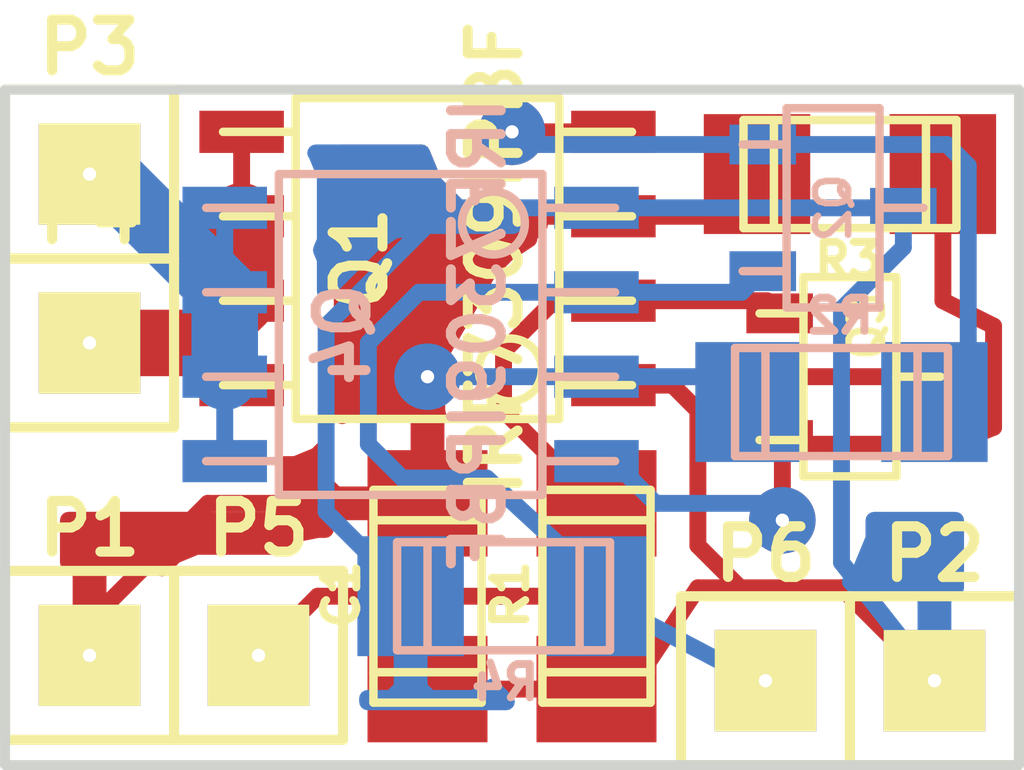
<source format=kicad_pcb>
(kicad_pcb (version 3) (host pcbnew "(2013-jul-07)-stable")

  (general
    (links 30)
    (no_connects 0)
    (area 118.626467 61.132015 140.453533 73.990201)
    (thickness 1.6)
    (drawings 4)
    (tracks 90)
    (zones 0)
    (modules 15)
    (nets 9)
  )

  (page A4)
  (layers
    (15 F.Cu signal)
    (0 B.Cu signal)
    (16 B.Adhes user)
    (17 F.Adhes user)
    (18 B.Paste user)
    (19 F.Paste user)
    (20 B.SilkS user)
    (21 F.SilkS user)
    (22 B.Mask user)
    (23 F.Mask user)
    (24 Dwgs.User user)
    (25 Cmts.User user)
    (26 Eco1.User user hide)
    (27 Eco2.User user)
    (28 Edge.Cuts user)
  )

  (setup
    (last_trace_width 0.254)
    (trace_clearance 0.254)
    (zone_clearance 0.5)
    (zone_45_only no)
    (trace_min 0.254)
    (segment_width 0.2)
    (edge_width 0.15)
    (via_size 1)
    (via_drill 0.2)
    (via_min_size 0.889)
    (via_min_drill 0.2)
    (uvia_size 0.508)
    (uvia_drill 0.127)
    (uvias_allowed no)
    (uvia_min_size 0.508)
    (uvia_min_drill 0.127)
    (pcb_text_width 0.3)
    (pcb_text_size 1.5 1.5)
    (mod_edge_width 0.15)
    (mod_text_size 1.5 1.5)
    (mod_text_width 0.15)
    (pad_size 1.524 1.524)
    (pad_drill 0.2)
    (pad_to_mask_clearance 0.2)
    (aux_axis_origin 0 0)
    (visible_elements FFFE7FBB)
    (pcbplotparams
      (layerselection 3178497)
      (usegerberextensions false)
      (excludeedgelayer true)
      (linewidth 0.100000)
      (plotframeref false)
      (viasonmask false)
      (mode 1)
      (useauxorigin false)
      (hpglpennumber 1)
      (hpglpenspeed 20)
      (hpglpendiameter 15)
      (hpglpenoverlay 2)
      (psnegative false)
      (psa4output false)
      (plotreference true)
      (plotvalue true)
      (plotothertext true)
      (plotinvisibletext false)
      (padsonsilk false)
      (subtractmaskfromsilk false)
      (outputformat 1)
      (mirror false)
      (drillshape 0)
      (scaleselection 1)
      (outputdirectory ""))
  )

  (net 0 "")
  (net 1 +8V)
  (net 2 /control+)
  (net 3 /control-)
  (net 4 /power+)
  (net 5 /power-)
  (net 6 GND)
  (net 7 N-000004)
  (net 8 N-000005)

  (net_class Default "This is the default net class."
    (clearance 0.254)
    (trace_width 0.254)
    (via_dia 1)
    (via_drill 0.2)
    (uvia_dia 0.508)
    (uvia_drill 0.127)
    (add_net "")
    (add_net /control+)
    (add_net /control-)
    (add_net N-000004)
    (add_net N-000005)
  )

  (net_class Output ""
    (clearance 0.254)
    (trace_width 1)
    (via_dia 1)
    (via_drill 0.2)
    (uvia_dia 0.508)
    (uvia_drill 0.127)
    (add_net /power+)
    (add_net /power-)
  )

  (net_class Power ""
    (clearance 0.254)
    (trace_width 0.254)
    (via_dia 1)
    (via_drill 0.2)
    (uvia_dia 0.508)
    (uvia_drill 0.127)
    (add_net +8V)
    (add_net GND)
  )

  (module c_1206 (layer F.Cu) (tedit 490473F0) (tstamp 599187D3)
    (at 130.81 71.12 90)
    (descr "SMT capacitor, 1206")
    (path /598712D4)
    (fp_text reference R1 (at 0.0254 -1.2954 90) (layer F.SilkS)
      (effects (font (size 0.50038 0.50038) (thickness 0.11938)))
    )
    (fp_text value 2k (at 0 1.27 90) (layer F.SilkS) hide
      (effects (font (size 0.50038 0.50038) (thickness 0.11938)))
    )
    (fp_line (start 1.143 0.8128) (end 1.143 -0.8128) (layer F.SilkS) (width 0.127))
    (fp_line (start -1.143 -0.8128) (end -1.143 0.8128) (layer F.SilkS) (width 0.127))
    (fp_line (start -1.6002 -0.8128) (end -1.6002 0.8128) (layer F.SilkS) (width 0.127))
    (fp_line (start -1.6002 0.8128) (end 1.6002 0.8128) (layer F.SilkS) (width 0.127))
    (fp_line (start 1.6002 0.8128) (end 1.6002 -0.8128) (layer F.SilkS) (width 0.127))
    (fp_line (start 1.6002 -0.8128) (end -1.6002 -0.8128) (layer F.SilkS) (width 0.127))
    (pad 1 smd rect (at 1.397 0 90) (size 1.6002 1.8034)
      (layers F.Cu F.Paste F.Mask)
      (net 3 /control-)
    )
    (pad 2 smd rect (at -1.397 0 90) (size 1.6002 1.8034)
      (layers F.Cu F.Paste F.Mask)
      (net 6 GND)
    )
    (model smd/capacitors/c_1206.wrl
      (at (xyz 0 0 0))
      (scale (xyz 1 1 1))
      (rotate (xyz 0 0 0))
    )
  )

  (module c_1206 (layer B.Cu) (tedit 490473F0) (tstamp 59918AD9)
    (at 134.493 68.199 180)
    (descr "SMT capacitor, 1206")
    (path /59859D12)
    (fp_text reference R2 (at 0.0254 1.2954 180) (layer B.SilkS)
      (effects (font (size 0.50038 0.50038) (thickness 0.11938)) (justify mirror))
    )
    (fp_text value 8k (at 0 -1.27 180) (layer B.SilkS) hide
      (effects (font (size 0.50038 0.50038) (thickness 0.11938)) (justify mirror))
    )
    (fp_line (start 1.143 -0.8128) (end 1.143 0.8128) (layer B.SilkS) (width 0.127))
    (fp_line (start -1.143 0.8128) (end -1.143 -0.8128) (layer B.SilkS) (width 0.127))
    (fp_line (start -1.6002 0.8128) (end -1.6002 -0.8128) (layer B.SilkS) (width 0.127))
    (fp_line (start -1.6002 -0.8128) (end 1.6002 -0.8128) (layer B.SilkS) (width 0.127))
    (fp_line (start 1.6002 -0.8128) (end 1.6002 0.8128) (layer B.SilkS) (width 0.127))
    (fp_line (start 1.6002 0.8128) (end -1.6002 0.8128) (layer B.SilkS) (width 0.127))
    (pad 1 smd rect (at 1.397 0 180) (size 1.6002 1.8034)
      (layers B.Cu B.Paste B.Mask)
      (net 1 +8V)
    )
    (pad 2 smd rect (at -1.397 0 180) (size 1.6002 1.8034)
      (layers B.Cu B.Paste B.Mask)
      (net 8 N-000005)
    )
    (model smd/capacitors/c_1206.wrl
      (at (xyz 0 0 0))
      (scale (xyz 1 1 1))
      (rotate (xyz 0 0 0))
    )
  )

  (module c_1206 (layer F.Cu) (tedit 490473F0) (tstamp 59918AE5)
    (at 134.62 64.77 180)
    (descr "SMT capacitor, 1206")
    (path /5985A76D)
    (fp_text reference R3 (at 0.0254 -1.2954 180) (layer F.SilkS)
      (effects (font (size 0.50038 0.50038) (thickness 0.11938)))
    )
    (fp_text value 8k (at 0 1.27 180) (layer F.SilkS) hide
      (effects (font (size 0.50038 0.50038) (thickness 0.11938)))
    )
    (fp_line (start 1.143 0.8128) (end 1.143 -0.8128) (layer F.SilkS) (width 0.127))
    (fp_line (start -1.143 -0.8128) (end -1.143 0.8128) (layer F.SilkS) (width 0.127))
    (fp_line (start -1.6002 -0.8128) (end -1.6002 0.8128) (layer F.SilkS) (width 0.127))
    (fp_line (start -1.6002 0.8128) (end 1.6002 0.8128) (layer F.SilkS) (width 0.127))
    (fp_line (start 1.6002 0.8128) (end 1.6002 -0.8128) (layer F.SilkS) (width 0.127))
    (fp_line (start 1.6002 -0.8128) (end -1.6002 -0.8128) (layer F.SilkS) (width 0.127))
    (pad 1 smd rect (at 1.397 0 180) (size 1.6002 1.8034)
      (layers F.Cu F.Paste F.Mask)
      (net 1 +8V)
    )
    (pad 2 smd rect (at -1.397 0 180) (size 1.6002 1.8034)
      (layers F.Cu F.Paste F.Mask)
      (net 7 N-000004)
    )
    (model smd/capacitors/c_1206.wrl
      (at (xyz 0 0 0))
      (scale (xyz 1 1 1))
      (rotate (xyz 0 0 0))
    )
  )

  (module c_1206 (layer B.Cu) (tedit 490473F0) (tstamp 59956000)
    (at 129.413 71.12)
    (descr "SMT capacitor, 1206")
    (path /59871216)
    (fp_text reference R4 (at 0.0254 1.2954) (layer B.SilkS)
      (effects (font (size 0.50038 0.50038) (thickness 0.11938)) (justify mirror))
    )
    (fp_text value 2k (at 0 -1.27) (layer B.SilkS) hide
      (effects (font (size 0.50038 0.50038) (thickness 0.11938)) (justify mirror))
    )
    (fp_line (start 1.143 -0.8128) (end 1.143 0.8128) (layer B.SilkS) (width 0.127))
    (fp_line (start -1.143 0.8128) (end -1.143 -0.8128) (layer B.SilkS) (width 0.127))
    (fp_line (start -1.6002 0.8128) (end -1.6002 -0.8128) (layer B.SilkS) (width 0.127))
    (fp_line (start -1.6002 -0.8128) (end 1.6002 -0.8128) (layer B.SilkS) (width 0.127))
    (fp_line (start 1.6002 -0.8128) (end 1.6002 0.8128) (layer B.SilkS) (width 0.127))
    (fp_line (start 1.6002 0.8128) (end -1.6002 0.8128) (layer B.SilkS) (width 0.127))
    (pad 1 smd rect (at 1.397 0) (size 1.6002 1.8034)
      (layers B.Cu B.Paste B.Mask)
      (net 2 /control+)
    )
    (pad 2 smd rect (at -1.397 0) (size 1.6002 1.8034)
      (layers B.Cu B.Paste B.Mask)
      (net 6 GND)
    )
    (model smd/capacitors/c_1206.wrl
      (at (xyz 0 0 0))
      (scale (xyz 1 1 1))
      (rotate (xyz 0 0 0))
    )
  )

  (module so-8 (layer F.Cu) (tedit 48A6C16E) (tstamp 59918E77)
    (at 128.27 66.04 90)
    (descr SO-8)
    (path /598596AB)
    (fp_text reference Q1 (at 0 -1.016 90) (layer F.SilkS)
      (effects (font (size 0.7493 0.7493) (thickness 0.14986)))
    )
    (fp_text value IRF7309IPBF (at 0 1.016 90) (layer F.SilkS)
      (effects (font (size 0.7493 0.7493) (thickness 0.14986)))
    )
    (fp_line (start -2.413 -1.9812) (end -2.413 1.9812) (layer F.SilkS) (width 0.127))
    (fp_line (start -2.413 1.9812) (end 2.413 1.9812) (layer F.SilkS) (width 0.127))
    (fp_line (start 2.413 1.9812) (end 2.413 -1.9812) (layer F.SilkS) (width 0.127))
    (fp_line (start 2.413 -1.9812) (end -2.413 -1.9812) (layer F.SilkS) (width 0.127))
    (fp_line (start -1.905 -1.9812) (end -1.905 -3.0734) (layer F.SilkS) (width 0.127))
    (fp_line (start -0.635 -1.9812) (end -0.635 -3.0734) (layer F.SilkS) (width 0.127))
    (fp_line (start 0.635 -1.9812) (end 0.635 -3.0734) (layer F.SilkS) (width 0.127))
    (fp_line (start 1.905 -3.0734) (end 1.905 -1.9812) (layer F.SilkS) (width 0.127))
    (fp_line (start 1.905 1.9812) (end 1.905 3.0734) (layer F.SilkS) (width 0.127))
    (fp_line (start 0.635 3.0734) (end 0.635 1.9812) (layer F.SilkS) (width 0.127))
    (fp_line (start -0.635 3.0734) (end -0.635 1.9812) (layer F.SilkS) (width 0.127))
    (fp_line (start -1.905 3.0734) (end -1.905 1.9812) (layer F.SilkS) (width 0.127))
    (fp_circle (center -1.6764 1.2446) (end -1.9558 1.6256) (layer F.SilkS) (width 0.127))
    (pad 1 smd rect (at -1.905 2.794 90) (size 0.635 1.27)
      (layers F.Cu F.Paste F.Mask)
      (net 6 GND)
    )
    (pad 2 smd rect (at -0.635 2.794 90) (size 0.635 1.27)
      (layers F.Cu F.Paste F.Mask)
      (net 3 /control-)
    )
    (pad 3 smd rect (at 0.635 2.794 90) (size 0.635 1.27)
      (layers F.Cu F.Paste F.Mask)
      (net 1 +8V)
    )
    (pad 4 smd rect (at 1.905 2.794 90) (size 0.635 1.27)
      (layers F.Cu F.Paste F.Mask)
      (net 8 N-000005)
    )
    (pad 5 smd rect (at 1.905 -2.794 90) (size 0.635 1.27)
      (layers F.Cu F.Paste F.Mask)
      (net 4 /power+)
    )
    (pad 6 smd rect (at 0.635 -2.794 90) (size 0.635 1.27)
      (layers F.Cu F.Paste F.Mask)
      (net 4 /power+)
    )
    (pad 7 smd rect (at -0.635 -2.794 90) (size 0.635 1.27)
      (layers F.Cu F.Paste F.Mask)
      (net 4 /power+)
    )
    (pad 8 smd rect (at -1.905 -2.794 90) (size 0.635 1.27)
      (layers F.Cu F.Paste F.Mask)
      (net 4 /power+)
    )
    (model smd/smd_dil/so-8.wrl
      (at (xyz 0 0 0))
      (scale (xyz 1 1 1))
      (rotate (xyz 0 0 0))
    )
  )

  (module so-8 (layer B.Cu) (tedit 48A6C16E) (tstamp 59918E90)
    (at 128.016 67.183 270)
    (descr SO-8)
    (path /5985A75B)
    (fp_text reference Q4 (at 0 1.016 270) (layer B.SilkS)
      (effects (font (size 0.7493 0.7493) (thickness 0.14986)) (justify mirror))
    )
    (fp_text value IRF7309IPBF (at 0 -1.016 270) (layer B.SilkS)
      (effects (font (size 0.7493 0.7493) (thickness 0.14986)) (justify mirror))
    )
    (fp_line (start -2.413 1.9812) (end -2.413 -1.9812) (layer B.SilkS) (width 0.127))
    (fp_line (start -2.413 -1.9812) (end 2.413 -1.9812) (layer B.SilkS) (width 0.127))
    (fp_line (start 2.413 -1.9812) (end 2.413 1.9812) (layer B.SilkS) (width 0.127))
    (fp_line (start 2.413 1.9812) (end -2.413 1.9812) (layer B.SilkS) (width 0.127))
    (fp_line (start -1.905 1.9812) (end -1.905 3.0734) (layer B.SilkS) (width 0.127))
    (fp_line (start -0.635 1.9812) (end -0.635 3.0734) (layer B.SilkS) (width 0.127))
    (fp_line (start 0.635 1.9812) (end 0.635 3.0734) (layer B.SilkS) (width 0.127))
    (fp_line (start 1.905 3.0734) (end 1.905 1.9812) (layer B.SilkS) (width 0.127))
    (fp_line (start 1.905 -1.9812) (end 1.905 -3.0734) (layer B.SilkS) (width 0.127))
    (fp_line (start 0.635 -3.0734) (end 0.635 -1.9812) (layer B.SilkS) (width 0.127))
    (fp_line (start -0.635 -3.0734) (end -0.635 -1.9812) (layer B.SilkS) (width 0.127))
    (fp_line (start -1.905 -3.0734) (end -1.905 -1.9812) (layer B.SilkS) (width 0.127))
    (fp_circle (center -1.6764 -1.2446) (end -1.9558 -1.6256) (layer B.SilkS) (width 0.127))
    (pad 1 smd rect (at -1.905 -2.794 270) (size 0.635 1.27)
      (layers B.Cu B.Paste B.Mask)
      (net 6 GND)
    )
    (pad 2 smd rect (at -0.635 -2.794 270) (size 0.635 1.27)
      (layers B.Cu B.Paste B.Mask)
      (net 2 /control+)
    )
    (pad 3 smd rect (at 0.635 -2.794 270) (size 0.635 1.27)
      (layers B.Cu B.Paste B.Mask)
      (net 1 +8V)
    )
    (pad 4 smd rect (at 1.905 -2.794 270) (size 0.635 1.27)
      (layers B.Cu B.Paste B.Mask)
      (net 7 N-000004)
    )
    (pad 5 smd rect (at 1.905 2.794 270) (size 0.635 1.27)
      (layers B.Cu B.Paste B.Mask)
      (net 5 /power-)
    )
    (pad 6 smd rect (at 0.635 2.794 270) (size 0.635 1.27)
      (layers B.Cu B.Paste B.Mask)
      (net 5 /power-)
    )
    (pad 7 smd rect (at -0.635 2.794 270) (size 0.635 1.27)
      (layers B.Cu B.Paste B.Mask)
      (net 5 /power-)
    )
    (pad 8 smd rect (at -1.905 2.794 270) (size 0.635 1.27)
      (layers B.Cu B.Paste B.Mask)
      (net 5 /power-)
    )
    (model smd/smd_dil/so-8.wrl
      (at (xyz 0 0 0))
      (scale (xyz 1 1 1))
      (rotate (xyz 0 0 0))
    )
  )

  (module sot23 (layer F.Cu) (tedit 59954DA0) (tstamp 59954E47)
    (at 134.62 67.818 270)
    (descr SOT23)
    (path /5985A767)
    (attr smd)
    (fp_text reference Q3 (at -0.762 -0.254 270) (layer F.SilkS)
      (effects (font (size 0.50038 0.50038) (thickness 0.09906)))
    )
    (fp_text value 2N7002 (at 0 0.09906 270) (layer F.SilkS) hide
      (effects (font (size 0.50038 0.50038) (thickness 0.09906)))
    )
    (fp_line (start 0.9525 0.6985) (end 0.9525 1.3589) (layer F.SilkS) (width 0.127))
    (fp_line (start -0.9525 0.6985) (end -0.9525 1.3589) (layer F.SilkS) (width 0.127))
    (fp_line (start 0 -0.6985) (end 0 -1.3589) (layer F.SilkS) (width 0.127))
    (fp_line (start -1.4986 -0.6985) (end 1.4986 -0.6985) (layer F.SilkS) (width 0.127))
    (fp_line (start 1.4986 -0.6985) (end 1.4986 0.6985) (layer F.SilkS) (width 0.127))
    (fp_line (start 1.4986 0.6985) (end -1.4986 0.6985) (layer F.SilkS) (width 0.127))
    (fp_line (start -1.4986 0.6985) (end -1.4986 -0.6985) (layer F.SilkS) (width 0.127))
    (pad 1 smd rect (at -0.9525 1.05664 270) (size 0.59944 1.00076)
      (layers F.Cu F.Paste F.Mask)
      (net 3 /control-)
    )
    (pad 2 smd rect (at 0 -1.05664 270) (size 0.59944 1.00076)
      (layers F.Cu F.Paste F.Mask)
      (net 6 GND)
    )
    (pad 3 smd rect (at 0.9525 1.05664 270) (size 0.59944 1.00076)
      (layers F.Cu F.Paste F.Mask)
      (net 7 N-000004)
    )
    (model smd/smd_transistors/sot23.wrl
      (at (xyz 0 0 0))
      (scale (xyz 1 1 1))
      (rotate (xyz 0 0 0))
    )
  )

  (module sot23 (layer B.Cu) (tedit 50BDE8CE) (tstamp 59918EAC)
    (at 134.366 65.278 90)
    (descr SOT23)
    (path /59859C12)
    (attr smd)
    (fp_text reference Q2 (at 0 0 90) (layer B.SilkS)
      (effects (font (size 0.50038 0.50038) (thickness 0.09906)) (justify mirror))
    )
    (fp_text value 2N7002 (at 0 -0.09906 90) (layer B.SilkS) hide
      (effects (font (size 0.50038 0.50038) (thickness 0.09906)) (justify mirror))
    )
    (fp_line (start 0.9525 -0.6985) (end 0.9525 -1.3589) (layer B.SilkS) (width 0.127))
    (fp_line (start -0.9525 -0.6985) (end -0.9525 -1.3589) (layer B.SilkS) (width 0.127))
    (fp_line (start 0 0.6985) (end 0 1.3589) (layer B.SilkS) (width 0.127))
    (fp_line (start -1.4986 0.6985) (end 1.4986 0.6985) (layer B.SilkS) (width 0.127))
    (fp_line (start 1.4986 0.6985) (end 1.4986 -0.6985) (layer B.SilkS) (width 0.127))
    (fp_line (start 1.4986 -0.6985) (end -1.4986 -0.6985) (layer B.SilkS) (width 0.127))
    (fp_line (start -1.4986 -0.6985) (end -1.4986 0.6985) (layer B.SilkS) (width 0.127))
    (pad 1 smd rect (at -0.9525 -1.05664 90) (size 0.59944 1.00076)
      (layers B.Cu B.Paste B.Mask)
      (net 2 /control+)
    )
    (pad 2 smd rect (at 0 1.05664 90) (size 0.59944 1.00076)
      (layers B.Cu B.Paste B.Mask)
      (net 6 GND)
    )
    (pad 3 smd rect (at 0.9525 -1.05664 90) (size 0.59944 1.00076)
      (layers B.Cu B.Paste B.Mask)
      (net 8 N-000005)
    )
    (model smd/smd_transistors/sot23.wrl
      (at (xyz 0 0 0))
      (scale (xyz 1 1 1))
      (rotate (xyz 0 0 0))
    )
  )

  (module PIN_ARRAY_1 (layer F.Cu) (tedit 4E4E744E) (tstamp 59954D99)
    (at 123.19 72.009)
    (descr "1 pin")
    (tags "CONN DEV")
    (path /5985AAB1)
    (fp_text reference P1 (at 0 -1.905) (layer F.SilkS)
      (effects (font (size 0.762 0.762) (thickness 0.1524)))
    )
    (fp_text value CONN_01X01 (at 0 -1.905) (layer F.SilkS) hide
      (effects (font (size 0.762 0.762) (thickness 0.1524)))
    )
    (fp_line (start 1.27 1.27) (end -1.27 1.27) (layer F.SilkS) (width 0.1524))
    (fp_line (start -1.27 -1.27) (end 1.27 -1.27) (layer F.SilkS) (width 0.1524))
    (fp_line (start -1.27 1.27) (end -1.27 -1.27) (layer F.SilkS) (width 0.1524))
    (fp_line (start 1.27 -1.27) (end 1.27 1.27) (layer F.SilkS) (width 0.1524))
    (pad 1 thru_hole rect (at 0 0) (size 1.524 1.524) (drill 0.2)
      (layers *.Cu *.Mask F.SilkS)
      (net 1 +8V)
    )
    (model pin_array\pin_1.wrl
      (at (xyz 0 0 0))
      (scale (xyz 1 1 1))
      (rotate (xyz 0 0 0))
    )
  )

  (module PIN_ARRAY_1 (layer F.Cu) (tedit 4E4E744E) (tstamp 59954DA3)
    (at 135.89 72.39)
    (descr "1 pin")
    (tags "CONN DEV")
    (path /5985AB0A)
    (fp_text reference P2 (at 0 -1.905) (layer F.SilkS)
      (effects (font (size 0.762 0.762) (thickness 0.1524)))
    )
    (fp_text value CONN_01X01 (at 0 -1.905) (layer F.SilkS) hide
      (effects (font (size 0.762 0.762) (thickness 0.1524)))
    )
    (fp_line (start 1.27 1.27) (end -1.27 1.27) (layer F.SilkS) (width 0.1524))
    (fp_line (start -1.27 -1.27) (end 1.27 -1.27) (layer F.SilkS) (width 0.1524))
    (fp_line (start -1.27 1.27) (end -1.27 -1.27) (layer F.SilkS) (width 0.1524))
    (fp_line (start 1.27 -1.27) (end 1.27 1.27) (layer F.SilkS) (width 0.1524))
    (pad 1 thru_hole rect (at 0 0) (size 1.524 1.524) (drill 0.2)
      (layers *.Cu *.Mask F.SilkS)
      (net 6 GND)
    )
    (model pin_array\pin_1.wrl
      (at (xyz 0 0 0))
      (scale (xyz 1 1 1))
      (rotate (xyz 0 0 0))
    )
  )

  (module PIN_ARRAY_1 (layer F.Cu) (tedit 4E4E744E) (tstamp 5995572C)
    (at 123.19 67.31)
    (descr "1 pin")
    (tags "CONN DEV")
    (path /59955693)
    (fp_text reference P4 (at 0 -1.905) (layer F.SilkS)
      (effects (font (size 0.762 0.762) (thickness 0.1524)))
    )
    (fp_text value CONN_1 (at 0 -1.905) (layer F.SilkS) hide
      (effects (font (size 0.762 0.762) (thickness 0.1524)))
    )
    (fp_line (start 1.27 1.27) (end -1.27 1.27) (layer F.SilkS) (width 0.1524))
    (fp_line (start -1.27 -1.27) (end 1.27 -1.27) (layer F.SilkS) (width 0.1524))
    (fp_line (start -1.27 1.27) (end -1.27 -1.27) (layer F.SilkS) (width 0.1524))
    (fp_line (start 1.27 -1.27) (end 1.27 1.27) (layer F.SilkS) (width 0.1524))
    (pad 1 thru_hole rect (at 0 0) (size 1.524 1.524) (drill 0.2)
      (layers *.Cu *.Mask F.SilkS)
      (net 4 /power+)
    )
    (model pin_array\pin_1.wrl
      (at (xyz 0 0 0))
      (scale (xyz 1 1 1))
      (rotate (xyz 0 0 0))
    )
  )

  (module PIN_ARRAY_1 (layer F.Cu) (tedit 4E4E744E) (tstamp 59957667)
    (at 125.73 72.009)
    (descr "1 pin")
    (tags "CONN DEV")
    (path /599556A2)
    (fp_text reference P5 (at 0 -1.905) (layer F.SilkS)
      (effects (font (size 0.762 0.762) (thickness 0.1524)))
    )
    (fp_text value CONN_1 (at 0 -1.905) (layer F.SilkS) hide
      (effects (font (size 0.762 0.762) (thickness 0.1524)))
    )
    (fp_line (start 1.27 1.27) (end -1.27 1.27) (layer F.SilkS) (width 0.1524))
    (fp_line (start -1.27 -1.27) (end 1.27 -1.27) (layer F.SilkS) (width 0.1524))
    (fp_line (start -1.27 1.27) (end -1.27 -1.27) (layer F.SilkS) (width 0.1524))
    (fp_line (start 1.27 -1.27) (end 1.27 1.27) (layer F.SilkS) (width 0.1524))
    (pad 1 thru_hole rect (at 0 0) (size 1.524 1.524) (drill 0.2)
      (layers *.Cu *.Mask F.SilkS)
      (net 3 /control-)
    )
    (model pin_array\pin_1.wrl
      (at (xyz 0 0 0))
      (scale (xyz 1 1 1))
      (rotate (xyz 0 0 0))
    )
  )

  (module PIN_ARRAY_1 (layer F.Cu) (tedit 4E4E744E) (tstamp 5995573E)
    (at 133.35 72.39)
    (descr "1 pin")
    (tags "CONN DEV")
    (path /599556B1)
    (fp_text reference P6 (at 0 -1.905) (layer F.SilkS)
      (effects (font (size 0.762 0.762) (thickness 0.1524)))
    )
    (fp_text value CONN_1 (at 0 -1.905) (layer F.SilkS) hide
      (effects (font (size 0.762 0.762) (thickness 0.1524)))
    )
    (fp_line (start 1.27 1.27) (end -1.27 1.27) (layer F.SilkS) (width 0.1524))
    (fp_line (start -1.27 -1.27) (end 1.27 -1.27) (layer F.SilkS) (width 0.1524))
    (fp_line (start -1.27 1.27) (end -1.27 -1.27) (layer F.SilkS) (width 0.1524))
    (fp_line (start 1.27 -1.27) (end 1.27 1.27) (layer F.SilkS) (width 0.1524))
    (pad 1 thru_hole rect (at 0 0) (size 1.524 1.524) (drill 0.2)
      (layers *.Cu *.Mask F.SilkS)
      (net 2 /control+)
    )
    (model pin_array\pin_1.wrl
      (at (xyz 0 0 0))
      (scale (xyz 1 1 1))
      (rotate (xyz 0 0 0))
    )
  )

  (module PIN_ARRAY_1 (layer F.Cu) (tedit 599A92C9) (tstamp 599A92C6)
    (at 123.19 64.77)
    (descr "1 pin")
    (tags "CONN DEV")
    (path /59955684)
    (fp_text reference P3 (at 0 -1.905) (layer F.SilkS)
      (effects (font (size 0.762 0.762) (thickness 0.1524)))
    )
    (fp_text value CONN_1 (at 0 -1.905) (layer F.SilkS) hide
      (effects (font (size 0.762 0.762) (thickness 0.1524)))
    )
    (fp_line (start 1.27 1.27) (end -1.27 1.27) (layer F.SilkS) (width 0.1524))
    (fp_line (start -1.27 -1.27) (end 1.27 -1.27) (layer F.SilkS) (width 0.1524))
    (fp_line (start -1.27 1.27) (end -1.27 -1.27) (layer F.SilkS) (width 0.1524))
    (fp_line (start 1.27 -1.27) (end 1.27 1.27) (layer F.SilkS) (width 0.1524))
    (pad 1 thru_hole rect (at 0 0) (size 1.524 1.524) (drill 0.2)
      (layers *.Cu *.Mask F.SilkS)
      (net 5 /power-)
    )
    (model pin_array\pin_1.wrl
      (at (xyz 0 0 0))
      (scale (xyz 1 1 1))
      (rotate (xyz 0 0 0))
    )
  )

  (module c_1206 (layer F.Cu) (tedit 490473F0) (tstamp 599573FE)
    (at 128.27 71.12 90)
    (descr "SMT capacitor, 1206")
    (path /59957431)
    (fp_text reference C1 (at 0.0254 -1.2954 90) (layer F.SilkS)
      (effects (font (size 0.50038 0.50038) (thickness 0.11938)))
    )
    (fp_text value C (at 0 1.27 90) (layer F.SilkS) hide
      (effects (font (size 0.50038 0.50038) (thickness 0.11938)))
    )
    (fp_line (start 1.143 0.8128) (end 1.143 -0.8128) (layer F.SilkS) (width 0.127))
    (fp_line (start -1.143 -0.8128) (end -1.143 0.8128) (layer F.SilkS) (width 0.127))
    (fp_line (start -1.6002 -0.8128) (end -1.6002 0.8128) (layer F.SilkS) (width 0.127))
    (fp_line (start -1.6002 0.8128) (end 1.6002 0.8128) (layer F.SilkS) (width 0.127))
    (fp_line (start 1.6002 0.8128) (end 1.6002 -0.8128) (layer F.SilkS) (width 0.127))
    (fp_line (start 1.6002 -0.8128) (end -1.6002 -0.8128) (layer F.SilkS) (width 0.127))
    (pad 1 smd rect (at 1.397 0 90) (size 1.6002 1.8034)
      (layers F.Cu F.Paste F.Mask)
      (net 1 +8V)
    )
    (pad 2 smd rect (at -1.397 0 90) (size 1.6002 1.8034)
      (layers F.Cu F.Paste F.Mask)
      (net 6 GND)
    )
    (model smd/capacitors/c_1206.wrl
      (at (xyz 0 0 0))
      (scale (xyz 1 1 1))
      (rotate (xyz 0 0 0))
    )
  )

  (gr_line (start 137.16 63.5) (end 137.16 73.66) (angle 90) (layer Edge.Cuts) (width 0.15))
  (gr_line (start 121.92 63.5) (end 137.16 63.5) (angle 90) (layer Edge.Cuts) (width 0.15))
  (gr_line (start 121.92 73.66) (end 121.92 63.5) (angle 90) (layer Edge.Cuts) (width 0.15))
  (gr_line (start 137.16 73.66) (end 121.92 73.66) (angle 90) (layer Edge.Cuts) (width 0.15))

  (segment (start 128.27 67.818) (end 128.27 69.723) (width 0.254) (layer F.Cu) (net 1))
  (segment (start 123.19 72.009) (end 123.19 71.501) (width 0.254) (layer F.Cu) (net 1))
  (segment (start 123.19 71.501) (end 124.968 69.723) (width 0.254) (layer F.Cu) (net 1) (tstamp 59958A7F))
  (segment (start 124.968 69.723) (end 128.27 69.723) (width 0.254) (layer F.Cu) (net 1) (tstamp 59958A88))
  (segment (start 128.27 67.818) (end 130.81 67.818) (width 0.254) (layer B.Cu) (net 1))
  (via (at 128.27 67.818) (size 1) (layers F.Cu B.Cu) (net 1))
  (segment (start 130.81 67.818) (end 132.715 67.818) (width 0.254) (layer B.Cu) (net 1))
  (segment (start 132.715 67.818) (end 133.096 68.199) (width 0.254) (layer B.Cu) (net 1) (tstamp 599569BE))
  (segment (start 128.27 67.818) (end 129.667 65.405) (width 0.254) (layer F.Cu) (net 1))
  (segment (start 129.667 65.405) (end 131.064 65.405) (width 0.254) (layer F.Cu) (net 1) (tstamp 599566EC))
  (segment (start 133.223 64.77) (end 132.588 65.405) (width 0.254) (layer F.Cu) (net 1))
  (segment (start 132.588 65.405) (end 131.064 65.405) (width 0.254) (layer F.Cu) (net 1) (tstamp 5992DDE2))
  (segment (start 133.096 68.199) (end 132.461 67.564) (width 0.254) (layer B.Cu) (net 1) (status 30))
  (segment (start 130.81 66.548) (end 132.99186 66.548) (width 0.254) (layer B.Cu) (net 2))
  (segment (start 132.99186 66.548) (end 133.30936 66.2305) (width 0.254) (layer B.Cu) (net 2) (tstamp 599569BA))
  (segment (start 128.524 69.342) (end 127.889 69.342) (width 0.254) (layer B.Cu) (net 2))
  (segment (start 130.81 70.866) (end 129.159 69.342) (width 0.254) (layer B.Cu) (net 2) (tstamp 5995655C) (status 10))
  (segment (start 130.81 71.12) (end 130.81 70.866) (width 0.254) (layer B.Cu) (net 2) (status 30))
  (segment (start 129.159 69.342) (end 128.524 69.342) (width 0.254) (layer B.Cu) (net 2) (tstamp 59956569))
  (segment (start 128.143 66.548) (end 130.81 66.548) (width 0.254) (layer B.Cu) (net 2) (tstamp 5995699E))
  (segment (start 127.381 67.31) (end 128.143 66.548) (width 0.254) (layer B.Cu) (net 2) (tstamp 5995699B))
  (segment (start 127.381 68.834) (end 127.381 67.31) (width 0.254) (layer B.Cu) (net 2) (tstamp 59956997))
  (segment (start 127.889 69.342) (end 127.381 68.834) (width 0.254) (layer B.Cu) (net 2) (tstamp 59956994))
  (segment (start 133.35 72.39) (end 133.223 72.39) (width 0.254) (layer B.Cu) (net 2) (status 30))
  (segment (start 133.223 72.39) (end 130.81 71.12) (width 0.254) (layer B.Cu) (net 2) (tstamp 59955930) (status 10))
  (segment (start 133.30936 66.2305) (end 133.24586 66.294) (width 0.254) (layer B.Cu) (net 2) (status 30))
  (segment (start 131.064 66.675) (end 130.175 66.675) (width 0.254) (layer F.Cu) (net 3))
  (segment (start 129.413 68.326) (end 130.81 69.723) (width 0.254) (layer F.Cu) (net 3) (tstamp 59958AA1))
  (segment (start 129.413 67.437) (end 129.413 68.326) (width 0.254) (layer F.Cu) (net 3) (tstamp 59958AA0))
  (segment (start 130.175 66.675) (end 129.413 67.437) (width 0.254) (layer F.Cu) (net 3) (tstamp 59958A9C))
  (segment (start 125.73 72.009) (end 126.619 71.12) (width 0.254) (layer F.Cu) (net 3))
  (segment (start 126.619 71.12) (end 130.302 71.12) (width 0.254) (layer F.Cu) (net 3) (tstamp 59958A66))
  (segment (start 130.302 71.12) (end 130.81 70.612) (width 0.254) (layer F.Cu) (net 3) (tstamp 59958A67))
  (segment (start 130.81 70.612) (end 130.81 69.723) (width 0.254) (layer F.Cu) (net 3) (tstamp 59958A69))
  (segment (start 133.56336 66.8655) (end 133.37286 66.675) (width 0.254) (layer F.Cu) (net 3) (status 30))
  (segment (start 133.37286 66.675) (end 131.064 66.675) (width 0.254) (layer F.Cu) (net 3) (tstamp 59955002) (status 10))
  (segment (start 123.19 67.31) (end 124.841 67.31) (width 1) (layer F.Cu) (net 4))
  (segment (start 124.841 67.31) (end 125.476 66.675) (width 1) (layer F.Cu) (net 4) (tstamp 5996E36D))
  (segment (start 125.476 66.675) (end 125.476 65.405) (width 1) (layer F.Cu) (net 4) (tstamp 5996E373))
  (segment (start 125.476 64.135) (end 125.476 65.405) (width 0.254) (layer F.Cu) (net 4))
  (segment (start 125.476 65.405) (end 125.476 66.675) (width 0.254) (layer F.Cu) (net 4) (tstamp 59958E62))
  (segment (start 125.476 66.675) (end 125.476 67.945) (width 0.254) (layer F.Cu) (net 4) (tstamp 59958E64))
  (segment (start 125.222 67.818) (end 125.222 66.548) (width 1) (layer B.Cu) (net 5))
  (segment (start 123.19 64.77) (end 123.444 64.77) (width 1) (layer B.Cu) (net 5))
  (segment (start 123.444 64.77) (end 125.222 66.548) (width 1) (layer B.Cu) (net 5) (tstamp 5996E33B))
  (segment (start 125.222 65.278) (end 125.222 66.548) (width 0.254) (layer B.Cu) (net 5))
  (segment (start 125.222 67.818) (end 125.222 69.088) (width 0.254) (layer B.Cu) (net 5) (tstamp 59958E91))
  (segment (start 130.81 72.517) (end 128.27 72.517) (width 0.254) (layer F.Cu) (net 6))
  (segment (start 132.969 70.993) (end 132.334 70.993) (width 0.254) (layer F.Cu) (net 6))
  (segment (start 132.334 70.993) (end 131.318 72.517) (width 0.254) (layer F.Cu) (net 6) (tstamp 599574BF) (status 20))
  (segment (start 131.318 72.517) (end 130.81 72.517) (width 0.254) (layer F.Cu) (net 6) (tstamp 599574C2) (status 30))
  (segment (start 131.064 67.945) (end 131.953 67.945) (width 0.254) (layer F.Cu) (net 6))
  (segment (start 132.334 70.358) (end 132.969 70.993) (width 0.254) (layer F.Cu) (net 6) (tstamp 599574AB))
  (segment (start 132.334 68.326) (end 132.334 70.358) (width 0.254) (layer F.Cu) (net 6) (tstamp 599574A6))
  (segment (start 131.953 67.945) (end 132.334 68.326) (width 0.254) (layer F.Cu) (net 6) (tstamp 599574A3))
  (segment (start 131.191 68.072) (end 131.064 67.945) (width 0.254) (layer F.Cu) (net 6) (tstamp 59956B61))
  (segment (start 135.89 72.39) (end 134.493 70.993) (width 0.254) (layer F.Cu) (net 6))
  (segment (start 134.493 70.993) (end 132.969 70.993) (width 0.254) (layer F.Cu) (net 6) (tstamp 59956B30))
  (segment (start 128.016 71.12) (end 126.746 69.85) (width 0.254) (layer B.Cu) (net 6))
  (segment (start 128.524 65.278) (end 130.81 65.278) (width 0.254) (layer B.Cu) (net 6) (tstamp 59956A34))
  (segment (start 126.746 67.056) (end 128.524 65.278) (width 0.254) (layer B.Cu) (net 6) (tstamp 59956A32))
  (segment (start 126.746 69.85) (end 126.746 67.056) (width 0.254) (layer B.Cu) (net 6) (tstamp 59956A2D))
  (segment (start 130.81 65.278) (end 135.42264 65.278) (width 0.254) (layer B.Cu) (net 6))
  (segment (start 135.89 72.39) (end 134.493 70.612) (width 0.254) (layer B.Cu) (net 6) (status 10))
  (segment (start 134.493 70.612) (end 134.493 66.802) (width 0.254) (layer B.Cu) (net 6) (tstamp 59955DF3))
  (segment (start 134.493 66.802) (end 135.42264 65.87236) (width 0.254) (layer B.Cu) (net 6) (tstamp 59955DFD))
  (segment (start 135.42264 65.87236) (end 135.42264 65.278) (width 0.254) (layer B.Cu) (net 6) (tstamp 59955DFE))
  (segment (start 131.064 67.945) (end 131.191 67.818) (width 0.254) (layer F.Cu) (net 6))
  (segment (start 131.191 67.818) (end 135.67664 67.818) (width 0.254) (layer F.Cu) (net 6) (tstamp 5995500F) (status 20))
  (segment (start 130.937 68.961) (end 131.699 69.723) (width 0.254) (layer B.Cu) (net 7) (status 10))
  (segment (start 130.81 69.088) (end 130.937 68.961) (width 0.254) (layer B.Cu) (net 7) (status 30))
  (segment (start 133.604 68.81114) (end 133.56336 68.7705) (width 0.254) (layer F.Cu) (net 7) (tstamp 5995682A) (status 30))
  (segment (start 133.604 69.977) (end 133.604 68.81114) (width 0.254) (layer F.Cu) (net 7) (tstamp 59956829) (status 20))
  (via (at 133.604 69.977) (size 1) (layers F.Cu B.Cu) (net 7))
  (segment (start 133.35 69.723) (end 133.604 69.977) (width 0.254) (layer B.Cu) (net 7) (tstamp 59956827))
  (segment (start 131.699 69.723) (end 133.35 69.723) (width 0.254) (layer B.Cu) (net 7) (tstamp 5995681B))
  (segment (start 136.017 64.77) (end 136.017 66.675) (width 0.254) (layer F.Cu) (net 7))
  (segment (start 133.62686 68.834) (end 133.56336 68.7705) (width 0.254) (layer F.Cu) (net 7) (tstamp 59954FE5) (status 30))
  (segment (start 136.144 68.834) (end 133.62686 68.834) (width 0.254) (layer F.Cu) (net 7) (tstamp 59954FE0) (status 20))
  (segment (start 136.779 68.58) (end 136.144 68.834) (width 0.254) (layer F.Cu) (net 7) (tstamp 59954FDE))
  (segment (start 136.779 67.056) (end 136.779 68.58) (width 0.254) (layer F.Cu) (net 7) (tstamp 59954FD9))
  (segment (start 136.017 66.675) (end 136.779 67.056) (width 0.254) (layer F.Cu) (net 7) (tstamp 59954FD5))
  (segment (start 131.064 64.135) (end 129.54 64.135) (width 0.254) (layer F.Cu) (net 8))
  (segment (start 129.7305 64.3255) (end 133.30936 64.3255) (width 0.254) (layer B.Cu) (net 8) (tstamp 59956A66))
  (segment (start 129.54 64.135) (end 129.7305 64.3255) (width 0.254) (layer B.Cu) (net 8) (tstamp 59956A65))
  (via (at 129.54 64.135) (size 1) (layers F.Cu B.Cu) (net 8))
  (segment (start 133.30936 64.3255) (end 136.0805 64.3255) (width 0.254) (layer B.Cu) (net 8) (status 10))
  (segment (start 136.398 67.691) (end 135.89 68.199) (width 0.254) (layer B.Cu) (net 8) (tstamp 59955140) (status 30))
  (segment (start 136.398 64.643) (end 136.398 67.691) (width 0.254) (layer B.Cu) (net 8) (tstamp 5995513D) (status 20))
  (segment (start 136.0805 64.3255) (end 136.398 64.643) (width 0.254) (layer B.Cu) (net 8) (tstamp 59955136))

  (zone (net 1) (net_name +8V) (layer F.Cu) (tstamp 5996E0B9) (hatch full 0.508)
    (connect_pads (clearance 0.75))
    (min_thickness 0.254)
    (fill (arc_segments 16) (thermal_gap 0.508) (thermal_bridge_width 0.508))
    (polygon
      (pts
        (xy 125.984 63.881) (xy 125.984 69.85) (xy 121.92 69.85) (xy 121.92 73.66) (xy 137.16 73.66)
        (xy 137.16 63.5) (xy 125.984 63.5)
      )
    )
    (filled_polygon
      (pts
        (xy 129.952748 65.532002) (xy 129.794 65.69075) (xy 129.79396 65.746793) (xy 129.790786 65.747425) (xy 129.682704 65.819643)
        (xy 129.465064 65.965065) (xy 128.703065 66.727065) (xy 128.485425 67.052786) (xy 128.409 67.437) (xy 128.409 68.326)
        (xy 128.427026 68.416623) (xy 128.397 68.44665) (xy 128.397 69.596) (xy 128.417 69.596) (xy 128.417 69.85)
        (xy 128.397 69.85) (xy 128.397 69.87) (xy 128.143 69.87) (xy 128.143 69.85) (xy 126.89205 69.85)
        (xy 126.7333 70.00875) (xy 126.733281 70.116) (xy 126.619 70.116) (xy 126.234786 70.192425) (xy 126.126703 70.264643)
        (xy 125.969251 70.369849) (xy 124.794319 70.369849) (xy 124.471869 70.503083) (xy 124.279406 70.69521) (xy 124.077755 70.61189)
        (xy 123.47575 70.612) (xy 123.317 70.77075) (xy 123.317 71.882) (xy 123.337 71.882) (xy 123.337 72.136)
        (xy 123.317 72.136) (xy 123.317 72.156) (xy 123.063 72.156) (xy 123.063 72.136) (xy 123.043 72.136)
        (xy 123.043 71.882) (xy 123.063 71.882) (xy 123.063 70.77075) (xy 122.90425 70.612) (xy 122.872 70.611994)
        (xy 122.872 69.977) (xy 126.111 69.977) (xy 126.111 69.139651) (xy 126.284681 69.139651) (xy 126.607131 69.006417)
        (xy 126.733204 68.880563) (xy 126.7333 69.43725) (xy 126.89205 69.596) (xy 128.143 69.596) (xy 128.143 68.44665)
        (xy 127.98425 68.2879) (xy 127.494055 68.28779) (xy 127.241436 68.288011) (xy 127.008132 68.384887) (xy 126.987875 68.405178)
        (xy 126.988151 68.088819) (xy 126.988151 67.453819) (xy 126.928744 67.310044) (xy 126.987847 67.167711) (xy 126.988151 66.818819)
        (xy 126.988151 66.183819) (xy 126.928744 66.040044) (xy 126.987847 65.897711) (xy 126.988151 65.548819) (xy 126.988151 64.913819)
        (xy 126.928744 64.770044) (xy 126.987847 64.627711) (xy 126.988 64.452) (xy 128.181065 64.452) (xy 128.371956 64.913989)
        (xy 128.758974 65.301683) (xy 129.264896 65.51176) (xy 129.794 65.512221) (xy 129.794 65.532002) (xy 129.952748 65.532002)
      )
    )
    (filled_polygon
      (pts
        (xy 131.211 65.480349) (xy 130.917 65.480349) (xy 130.917 65.329651) (xy 131.211 65.329651) (xy 131.211 65.480349)
      )
    )
    (filled_polygon
      (pts
        (xy 133.37 64.897) (xy 133.35 64.897) (xy 133.35 64.917) (xy 133.096 64.917) (xy 133.096 64.897)
        (xy 133.076 64.897) (xy 133.076 64.643) (xy 133.096 64.643) (xy 133.096 64.623) (xy 133.35 64.623)
        (xy 133.35 64.643) (xy 133.37 64.643) (xy 133.37 64.897)
      )
    )
  )
  (zone (net 6) (net_name GND) (layer B.Cu) (tstamp 5996E0BA) (hatch edge 0.508)
    (connect_pads (clearance 0.75))
    (min_thickness 0.254)
    (fill (arc_segments 16) (thermal_gap 0.508) (thermal_bridge_width 0.508))
    (polygon
      (pts
        (xy 125.984 64.643) (xy 125.984 69.85) (xy 121.92 69.85) (xy 121.92 73.66) (xy 137.16 73.66)
        (xy 137.16 63.5) (xy 125.984 63.5)
      )
    )
    (filled_polygon
      (pts
        (xy 129.45582 72.708) (xy 127.369054 72.708) (xy 127.369099 72.656762) (xy 127.73025 72.6567) (xy 127.889 72.49795)
        (xy 127.889 71.247) (xy 127.869 71.247) (xy 127.869 70.993) (xy 127.889 70.993) (xy 127.889 70.973)
        (xy 128.143 70.973) (xy 128.143 70.993) (xy 128.163 70.993) (xy 128.163 71.247) (xy 128.143 71.247)
        (xy 128.143 72.49795) (xy 128.30175 72.6567) (xy 128.941855 72.65681) (xy 129.175329 72.560341) (xy 129.251945 72.483857)
        (xy 129.265983 72.517831) (xy 129.45582 72.708)
      )
    )
    (filled_polygon
      (pts
        (xy 129.591704 65.512045) (xy 129.55975 65.544) (xy 128.143 65.544) (xy 127.758786 65.620425) (xy 127.650704 65.692643)
        (xy 127.433064 65.838065) (xy 126.734151 66.536978) (xy 126.734151 66.056819) (xy 126.674744 65.913044) (xy 126.733847 65.770711)
        (xy 126.734151 65.421819) (xy 126.734151 64.786819) (xy 126.600917 64.464369) (xy 126.588569 64.452) (xy 128.181065 64.452)
        (xy 128.371956 64.913989) (xy 128.758974 65.301683) (xy 129.264896 65.51176) (xy 129.591704 65.512045)
      )
    )
    (filled_polygon
      (pts
        (xy 136.208 70.992994) (xy 136.17575 70.993) (xy 136.017 71.15175) (xy 136.017 72.263) (xy 136.037 72.263)
        (xy 136.037 72.517) (xy 136.017 72.517) (xy 136.017 72.537) (xy 135.763 72.537) (xy 135.763 72.517)
        (xy 135.743 72.517) (xy 135.743 72.263) (xy 135.763 72.263) (xy 135.763 71.15175) (xy 135.60425 70.993)
        (xy 135.002245 70.99289) (xy 134.800424 71.076279) (xy 134.626452 70.902004) (xy 134.770683 70.758026) (xy 134.98076 70.252104)
        (xy 134.980999 69.977604) (xy 135.263581 69.977851) (xy 136.208 69.977851) (xy 136.208 70.992994)
      )
    )
  )
  (zone (net 5) (net_name /power-) (layer B.Cu) (tstamp 5996E123) (hatch edge 0.508)
    (connect_pads (clearance 0.5))
    (min_thickness 0.254)
    (fill (arc_segments 16) (thermal_gap 0.508) (thermal_bridge_width 0.508))
    (polygon
      (pts
        (xy 121.92 63.5) (xy 124.714 63.5) (xy 124.714 68.453) (xy 121.92 68.453)
      )
    )
    (filled_polygon
      (pts
        (xy 123.337 64.897) (xy 123.317 64.897) (xy 123.317 64.917) (xy 123.063 64.917) (xy 123.063 64.897)
        (xy 123.043 64.897) (xy 123.043 64.643) (xy 123.063 64.643) (xy 123.063 64.623) (xy 123.317 64.623)
        (xy 123.317 64.643) (xy 123.337 64.643) (xy 123.337 64.897)
      )
    )
  )
  (zone (net 4) (net_name /power+) (layer F.Cu) (tstamp 5996E123) (hatch edge 0.508)
    (connect_pads (clearance 1))
    (min_thickness 0.254)
    (fill (arc_segments 16) (thermal_gap 0.508) (thermal_bridge_width 0.508))
    (polygon
      (pts
        (xy 121.92 63.5) (xy 124.714 63.5) (xy 124.714 68.453) (xy 121.92 68.453)
      )
    )
    (filled_polygon
      (pts
        (xy 123.337 67.437) (xy 123.317 67.437) (xy 123.317 67.457) (xy 123.122 67.457) (xy 123.122 67.163)
        (xy 123.317 67.163) (xy 123.317 67.183) (xy 123.337 67.183) (xy 123.337 67.437)
      )
    )
  )
)

</source>
